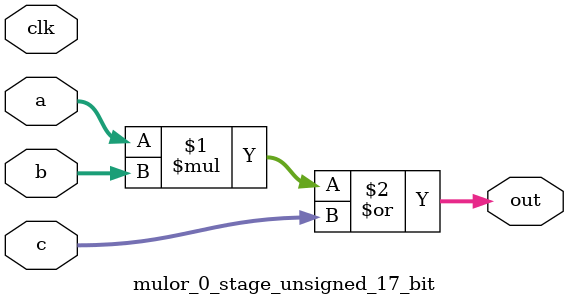
<source format=sv>
(* use_dsp = "yes" *) module mulor_0_stage_unsigned_17_bit(
	input  [16:0] a,
	input  [16:0] b,
	input  [16:0] c,
	output [16:0] out,
	input clk);

	assign out = (a * b) | c;
endmodule

</source>
